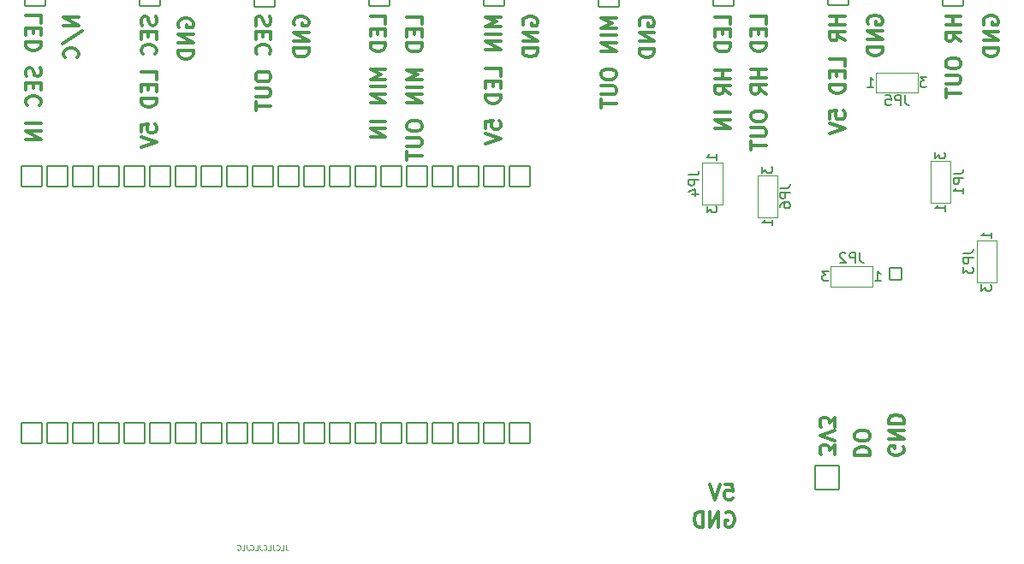
<source format=gbo>
G04 #@! TF.GenerationSoftware,KiCad,Pcbnew,7.0.6*
G04 #@! TF.CreationDate,2024-06-10T15:38:19+10:00*
G04 #@! TF.ProjectId,AnalogVoltMeterClock,416e616c-6f67-4566-9f6c-744d65746572,rev?*
G04 #@! TF.SameCoordinates,Original*
G04 #@! TF.FileFunction,Legend,Bot*
G04 #@! TF.FilePolarity,Positive*
%FSLAX46Y46*%
G04 Gerber Fmt 4.6, Leading zero omitted, Abs format (unit mm)*
G04 Created by KiCad (PCBNEW 7.0.6) date 2024-06-10 15:38:19*
%MOMM*%
%LPD*%
G01*
G04 APERTURE LIST*
G04 Aperture macros list*
%AMRoundRect*
0 Rectangle with rounded corners*
0 $1 Rounding radius*
0 $2 $3 $4 $5 $6 $7 $8 $9 X,Y pos of 4 corners*
0 Add a 4 corners polygon primitive as box body*
4,1,4,$2,$3,$4,$5,$6,$7,$8,$9,$2,$3,0*
0 Add four circle primitives for the rounded corners*
1,1,$1+$1,$2,$3*
1,1,$1+$1,$4,$5*
1,1,$1+$1,$6,$7*
1,1,$1+$1,$8,$9*
0 Add four rect primitives between the rounded corners*
20,1,$1+$1,$2,$3,$4,$5,0*
20,1,$1+$1,$4,$5,$6,$7,0*
20,1,$1+$1,$6,$7,$8,$9,0*
20,1,$1+$1,$8,$9,$2,$3,0*%
G04 Aperture macros list end*
%ADD10C,0.100000*%
%ADD11C,0.300000*%
%ADD12C,0.150000*%
%ADD13C,0.120000*%
%ADD14RoundRect,0.102000X-1.000000X1.000000X-1.000000X-1.000000X1.000000X-1.000000X1.000000X1.000000X0*%
%ADD15RoundRect,0.102000X0.570000X0.570000X-0.570000X0.570000X-0.570000X-0.570000X0.570000X-0.570000X0*%
%ADD16C,1.344000*%
%ADD17R,1.700000X1.700000*%
%ADD18O,1.700000X1.700000*%
%ADD19RoundRect,0.101600X-1.016000X-1.016000X1.016000X-1.016000X1.016000X1.016000X-1.016000X1.016000X0*%
%ADD20C,2.235200*%
%ADD21C,3.000000*%
%ADD22O,0.300000X0.800000*%
%ADD23RoundRect,0.101600X-1.206500X-1.206500X1.206500X-1.206500X1.206500X1.206500X-1.206500X1.206500X0*%
%ADD24C,2.616200*%
%ADD25C,2.082800*%
%ADD26R,1.000000X1.500000*%
%ADD27R,1.500000X1.000000*%
G04 APERTURE END LIST*
D10*
X104442306Y-128663609D02*
X104442306Y-129020752D01*
X104442306Y-129020752D02*
X104466115Y-129092180D01*
X104466115Y-129092180D02*
X104513734Y-129139800D01*
X104513734Y-129139800D02*
X104585163Y-129163609D01*
X104585163Y-129163609D02*
X104632782Y-129163609D01*
X103966116Y-129163609D02*
X104204211Y-129163609D01*
X104204211Y-129163609D02*
X104204211Y-128663609D01*
X103513735Y-129115990D02*
X103537544Y-129139800D01*
X103537544Y-129139800D02*
X103608973Y-129163609D01*
X103608973Y-129163609D02*
X103656592Y-129163609D01*
X103656592Y-129163609D02*
X103728020Y-129139800D01*
X103728020Y-129139800D02*
X103775639Y-129092180D01*
X103775639Y-129092180D02*
X103799449Y-129044561D01*
X103799449Y-129044561D02*
X103823258Y-128949323D01*
X103823258Y-128949323D02*
X103823258Y-128877895D01*
X103823258Y-128877895D02*
X103799449Y-128782657D01*
X103799449Y-128782657D02*
X103775639Y-128735038D01*
X103775639Y-128735038D02*
X103728020Y-128687419D01*
X103728020Y-128687419D02*
X103656592Y-128663609D01*
X103656592Y-128663609D02*
X103608973Y-128663609D01*
X103608973Y-128663609D02*
X103537544Y-128687419D01*
X103537544Y-128687419D02*
X103513735Y-128711228D01*
X103156592Y-128663609D02*
X103156592Y-129020752D01*
X103156592Y-129020752D02*
X103180401Y-129092180D01*
X103180401Y-129092180D02*
X103228020Y-129139800D01*
X103228020Y-129139800D02*
X103299449Y-129163609D01*
X103299449Y-129163609D02*
X103347068Y-129163609D01*
X102680402Y-129163609D02*
X102918497Y-129163609D01*
X102918497Y-129163609D02*
X102918497Y-128663609D01*
X102228021Y-129115990D02*
X102251830Y-129139800D01*
X102251830Y-129139800D02*
X102323259Y-129163609D01*
X102323259Y-129163609D02*
X102370878Y-129163609D01*
X102370878Y-129163609D02*
X102442306Y-129139800D01*
X102442306Y-129139800D02*
X102489925Y-129092180D01*
X102489925Y-129092180D02*
X102513735Y-129044561D01*
X102513735Y-129044561D02*
X102537544Y-128949323D01*
X102537544Y-128949323D02*
X102537544Y-128877895D01*
X102537544Y-128877895D02*
X102513735Y-128782657D01*
X102513735Y-128782657D02*
X102489925Y-128735038D01*
X102489925Y-128735038D02*
X102442306Y-128687419D01*
X102442306Y-128687419D02*
X102370878Y-128663609D01*
X102370878Y-128663609D02*
X102323259Y-128663609D01*
X102323259Y-128663609D02*
X102251830Y-128687419D01*
X102251830Y-128687419D02*
X102228021Y-128711228D01*
X101870878Y-128663609D02*
X101870878Y-129020752D01*
X101870878Y-129020752D02*
X101894687Y-129092180D01*
X101894687Y-129092180D02*
X101942306Y-129139800D01*
X101942306Y-129139800D02*
X102013735Y-129163609D01*
X102013735Y-129163609D02*
X102061354Y-129163609D01*
X101394688Y-129163609D02*
X101632783Y-129163609D01*
X101632783Y-129163609D02*
X101632783Y-128663609D01*
X100942307Y-129115990D02*
X100966116Y-129139800D01*
X100966116Y-129139800D02*
X101037545Y-129163609D01*
X101037545Y-129163609D02*
X101085164Y-129163609D01*
X101085164Y-129163609D02*
X101156592Y-129139800D01*
X101156592Y-129139800D02*
X101204211Y-129092180D01*
X101204211Y-129092180D02*
X101228021Y-129044561D01*
X101228021Y-129044561D02*
X101251830Y-128949323D01*
X101251830Y-128949323D02*
X101251830Y-128877895D01*
X101251830Y-128877895D02*
X101228021Y-128782657D01*
X101228021Y-128782657D02*
X101204211Y-128735038D01*
X101204211Y-128735038D02*
X101156592Y-128687419D01*
X101156592Y-128687419D02*
X101085164Y-128663609D01*
X101085164Y-128663609D02*
X101037545Y-128663609D01*
X101037545Y-128663609D02*
X100966116Y-128687419D01*
X100966116Y-128687419D02*
X100942307Y-128711228D01*
X100585164Y-128663609D02*
X100585164Y-129020752D01*
X100585164Y-129020752D02*
X100608973Y-129092180D01*
X100608973Y-129092180D02*
X100656592Y-129139800D01*
X100656592Y-129139800D02*
X100728021Y-129163609D01*
X100728021Y-129163609D02*
X100775640Y-129163609D01*
X100108974Y-129163609D02*
X100347069Y-129163609D01*
X100347069Y-129163609D02*
X100347069Y-128663609D01*
X99656593Y-129115990D02*
X99680402Y-129139800D01*
X99680402Y-129139800D02*
X99751831Y-129163609D01*
X99751831Y-129163609D02*
X99799450Y-129163609D01*
X99799450Y-129163609D02*
X99870878Y-129139800D01*
X99870878Y-129139800D02*
X99918497Y-129092180D01*
X99918497Y-129092180D02*
X99942307Y-129044561D01*
X99942307Y-129044561D02*
X99966116Y-128949323D01*
X99966116Y-128949323D02*
X99966116Y-128877895D01*
X99966116Y-128877895D02*
X99942307Y-128782657D01*
X99942307Y-128782657D02*
X99918497Y-128735038D01*
X99918497Y-128735038D02*
X99870878Y-128687419D01*
X99870878Y-128687419D02*
X99799450Y-128663609D01*
X99799450Y-128663609D02*
X99751831Y-128663609D01*
X99751831Y-128663609D02*
X99680402Y-128687419D01*
X99680402Y-128687419D02*
X99656593Y-128711228D01*
D11*
X159720828Y-76334510D02*
X158220828Y-76334510D01*
X158935114Y-76334510D02*
X158935114Y-77191653D01*
X159720828Y-77191653D02*
X158220828Y-77191653D01*
X159720828Y-78763082D02*
X159006542Y-78263082D01*
X159720828Y-77905939D02*
X158220828Y-77905939D01*
X158220828Y-77905939D02*
X158220828Y-78477368D01*
X158220828Y-78477368D02*
X158292257Y-78620225D01*
X158292257Y-78620225D02*
X158363685Y-78691654D01*
X158363685Y-78691654D02*
X158506542Y-78763082D01*
X158506542Y-78763082D02*
X158720828Y-78763082D01*
X158720828Y-78763082D02*
X158863685Y-78691654D01*
X158863685Y-78691654D02*
X158935114Y-78620225D01*
X158935114Y-78620225D02*
X159006542Y-78477368D01*
X159006542Y-78477368D02*
X159006542Y-77905939D01*
X159720828Y-81263082D02*
X159720828Y-80548796D01*
X159720828Y-80548796D02*
X158220828Y-80548796D01*
X158935114Y-81763082D02*
X158935114Y-82263082D01*
X159720828Y-82477368D02*
X159720828Y-81763082D01*
X159720828Y-81763082D02*
X158220828Y-81763082D01*
X158220828Y-81763082D02*
X158220828Y-82477368D01*
X159720828Y-83120225D02*
X158220828Y-83120225D01*
X158220828Y-83120225D02*
X158220828Y-83477368D01*
X158220828Y-83477368D02*
X158292257Y-83691654D01*
X158292257Y-83691654D02*
X158435114Y-83834511D01*
X158435114Y-83834511D02*
X158577971Y-83905940D01*
X158577971Y-83905940D02*
X158863685Y-83977368D01*
X158863685Y-83977368D02*
X159077971Y-83977368D01*
X159077971Y-83977368D02*
X159363685Y-83905940D01*
X159363685Y-83905940D02*
X159506542Y-83834511D01*
X159506542Y-83834511D02*
X159649400Y-83691654D01*
X159649400Y-83691654D02*
X159720828Y-83477368D01*
X159720828Y-83477368D02*
X159720828Y-83120225D01*
X158220828Y-86477368D02*
X158220828Y-85763082D01*
X158220828Y-85763082D02*
X158935114Y-85691654D01*
X158935114Y-85691654D02*
X158863685Y-85763082D01*
X158863685Y-85763082D02*
X158792257Y-85905940D01*
X158792257Y-85905940D02*
X158792257Y-86263082D01*
X158792257Y-86263082D02*
X158863685Y-86405940D01*
X158863685Y-86405940D02*
X158935114Y-86477368D01*
X158935114Y-86477368D02*
X159077971Y-86548797D01*
X159077971Y-86548797D02*
X159435114Y-86548797D01*
X159435114Y-86548797D02*
X159577971Y-86477368D01*
X159577971Y-86477368D02*
X159649400Y-86405940D01*
X159649400Y-86405940D02*
X159720828Y-86263082D01*
X159720828Y-86263082D02*
X159720828Y-85905940D01*
X159720828Y-85905940D02*
X159649400Y-85763082D01*
X159649400Y-85763082D02*
X159577971Y-85691654D01*
X158220828Y-86977368D02*
X159720828Y-87477368D01*
X159720828Y-87477368D02*
X158220828Y-87977368D01*
X139462257Y-77260225D02*
X139390828Y-77117368D01*
X139390828Y-77117368D02*
X139390828Y-76903082D01*
X139390828Y-76903082D02*
X139462257Y-76688796D01*
X139462257Y-76688796D02*
X139605114Y-76545939D01*
X139605114Y-76545939D02*
X139747971Y-76474510D01*
X139747971Y-76474510D02*
X140033685Y-76403082D01*
X140033685Y-76403082D02*
X140247971Y-76403082D01*
X140247971Y-76403082D02*
X140533685Y-76474510D01*
X140533685Y-76474510D02*
X140676542Y-76545939D01*
X140676542Y-76545939D02*
X140819400Y-76688796D01*
X140819400Y-76688796D02*
X140890828Y-76903082D01*
X140890828Y-76903082D02*
X140890828Y-77045939D01*
X140890828Y-77045939D02*
X140819400Y-77260225D01*
X140819400Y-77260225D02*
X140747971Y-77331653D01*
X140747971Y-77331653D02*
X140247971Y-77331653D01*
X140247971Y-77331653D02*
X140247971Y-77045939D01*
X140890828Y-77974510D02*
X139390828Y-77974510D01*
X139390828Y-77974510D02*
X140890828Y-78831653D01*
X140890828Y-78831653D02*
X139390828Y-78831653D01*
X140890828Y-79545939D02*
X139390828Y-79545939D01*
X139390828Y-79545939D02*
X139390828Y-79903082D01*
X139390828Y-79903082D02*
X139462257Y-80117368D01*
X139462257Y-80117368D02*
X139605114Y-80260225D01*
X139605114Y-80260225D02*
X139747971Y-80331654D01*
X139747971Y-80331654D02*
X140033685Y-80403082D01*
X140033685Y-80403082D02*
X140247971Y-80403082D01*
X140247971Y-80403082D02*
X140533685Y-80331654D01*
X140533685Y-80331654D02*
X140676542Y-80260225D01*
X140676542Y-80260225D02*
X140819400Y-80117368D01*
X140819400Y-80117368D02*
X140890828Y-79903082D01*
X140890828Y-79903082D02*
X140890828Y-79545939D01*
X114300828Y-77098796D02*
X114300828Y-76384510D01*
X114300828Y-76384510D02*
X112800828Y-76384510D01*
X113515114Y-77598796D02*
X113515114Y-78098796D01*
X114300828Y-78313082D02*
X114300828Y-77598796D01*
X114300828Y-77598796D02*
X112800828Y-77598796D01*
X112800828Y-77598796D02*
X112800828Y-78313082D01*
X114300828Y-78955939D02*
X112800828Y-78955939D01*
X112800828Y-78955939D02*
X112800828Y-79313082D01*
X112800828Y-79313082D02*
X112872257Y-79527368D01*
X112872257Y-79527368D02*
X113015114Y-79670225D01*
X113015114Y-79670225D02*
X113157971Y-79741654D01*
X113157971Y-79741654D02*
X113443685Y-79813082D01*
X113443685Y-79813082D02*
X113657971Y-79813082D01*
X113657971Y-79813082D02*
X113943685Y-79741654D01*
X113943685Y-79741654D02*
X114086542Y-79670225D01*
X114086542Y-79670225D02*
X114229400Y-79527368D01*
X114229400Y-79527368D02*
X114300828Y-79313082D01*
X114300828Y-79313082D02*
X114300828Y-78955939D01*
X114300828Y-81598796D02*
X112800828Y-81598796D01*
X112800828Y-81598796D02*
X113872257Y-82098796D01*
X113872257Y-82098796D02*
X112800828Y-82598796D01*
X112800828Y-82598796D02*
X114300828Y-82598796D01*
X114300828Y-83313082D02*
X112800828Y-83313082D01*
X114300828Y-84027368D02*
X112800828Y-84027368D01*
X112800828Y-84027368D02*
X114300828Y-84884511D01*
X114300828Y-84884511D02*
X112800828Y-84884511D01*
X114300828Y-86741654D02*
X112800828Y-86741654D01*
X114300828Y-87455940D02*
X112800828Y-87455940D01*
X112800828Y-87455940D02*
X114300828Y-88313083D01*
X114300828Y-88313083D02*
X112800828Y-88313083D01*
X147891203Y-122650828D02*
X148605489Y-122650828D01*
X148605489Y-122650828D02*
X148676917Y-123365114D01*
X148676917Y-123365114D02*
X148605489Y-123293685D01*
X148605489Y-123293685D02*
X148462632Y-123222257D01*
X148462632Y-123222257D02*
X148105489Y-123222257D01*
X148105489Y-123222257D02*
X147962632Y-123293685D01*
X147962632Y-123293685D02*
X147891203Y-123365114D01*
X147891203Y-123365114D02*
X147819774Y-123507971D01*
X147819774Y-123507971D02*
X147819774Y-123865114D01*
X147819774Y-123865114D02*
X147891203Y-124007971D01*
X147891203Y-124007971D02*
X147962632Y-124079400D01*
X147962632Y-124079400D02*
X148105489Y-124150828D01*
X148105489Y-124150828D02*
X148462632Y-124150828D01*
X148462632Y-124150828D02*
X148605489Y-124079400D01*
X148605489Y-124079400D02*
X148676917Y-124007971D01*
X147391203Y-122650828D02*
X146891203Y-124150828D01*
X146891203Y-124150828D02*
X146391203Y-122650828D01*
X105282257Y-77230225D02*
X105210828Y-77087368D01*
X105210828Y-77087368D02*
X105210828Y-76873082D01*
X105210828Y-76873082D02*
X105282257Y-76658796D01*
X105282257Y-76658796D02*
X105425114Y-76515939D01*
X105425114Y-76515939D02*
X105567971Y-76444510D01*
X105567971Y-76444510D02*
X105853685Y-76373082D01*
X105853685Y-76373082D02*
X106067971Y-76373082D01*
X106067971Y-76373082D02*
X106353685Y-76444510D01*
X106353685Y-76444510D02*
X106496542Y-76515939D01*
X106496542Y-76515939D02*
X106639400Y-76658796D01*
X106639400Y-76658796D02*
X106710828Y-76873082D01*
X106710828Y-76873082D02*
X106710828Y-77015939D01*
X106710828Y-77015939D02*
X106639400Y-77230225D01*
X106639400Y-77230225D02*
X106567971Y-77301653D01*
X106567971Y-77301653D02*
X106067971Y-77301653D01*
X106067971Y-77301653D02*
X106067971Y-77015939D01*
X106710828Y-77944510D02*
X105210828Y-77944510D01*
X105210828Y-77944510D02*
X106710828Y-78801653D01*
X106710828Y-78801653D02*
X105210828Y-78801653D01*
X106710828Y-79515939D02*
X105210828Y-79515939D01*
X105210828Y-79515939D02*
X105210828Y-79873082D01*
X105210828Y-79873082D02*
X105282257Y-80087368D01*
X105282257Y-80087368D02*
X105425114Y-80230225D01*
X105425114Y-80230225D02*
X105567971Y-80301654D01*
X105567971Y-80301654D02*
X105853685Y-80373082D01*
X105853685Y-80373082D02*
X106067971Y-80373082D01*
X106067971Y-80373082D02*
X106353685Y-80301654D01*
X106353685Y-80301654D02*
X106496542Y-80230225D01*
X106496542Y-80230225D02*
X106639400Y-80087368D01*
X106639400Y-80087368D02*
X106710828Y-79873082D01*
X106710828Y-79873082D02*
X106710828Y-79515939D01*
X102889400Y-76393082D02*
X102960828Y-76607368D01*
X102960828Y-76607368D02*
X102960828Y-76964510D01*
X102960828Y-76964510D02*
X102889400Y-77107368D01*
X102889400Y-77107368D02*
X102817971Y-77178796D01*
X102817971Y-77178796D02*
X102675114Y-77250225D01*
X102675114Y-77250225D02*
X102532257Y-77250225D01*
X102532257Y-77250225D02*
X102389400Y-77178796D01*
X102389400Y-77178796D02*
X102317971Y-77107368D01*
X102317971Y-77107368D02*
X102246542Y-76964510D01*
X102246542Y-76964510D02*
X102175114Y-76678796D01*
X102175114Y-76678796D02*
X102103685Y-76535939D01*
X102103685Y-76535939D02*
X102032257Y-76464510D01*
X102032257Y-76464510D02*
X101889400Y-76393082D01*
X101889400Y-76393082D02*
X101746542Y-76393082D01*
X101746542Y-76393082D02*
X101603685Y-76464510D01*
X101603685Y-76464510D02*
X101532257Y-76535939D01*
X101532257Y-76535939D02*
X101460828Y-76678796D01*
X101460828Y-76678796D02*
X101460828Y-77035939D01*
X101460828Y-77035939D02*
X101532257Y-77250225D01*
X102175114Y-77893081D02*
X102175114Y-78393081D01*
X102960828Y-78607367D02*
X102960828Y-77893081D01*
X102960828Y-77893081D02*
X101460828Y-77893081D01*
X101460828Y-77893081D02*
X101460828Y-78607367D01*
X102817971Y-80107367D02*
X102889400Y-80035939D01*
X102889400Y-80035939D02*
X102960828Y-79821653D01*
X102960828Y-79821653D02*
X102960828Y-79678796D01*
X102960828Y-79678796D02*
X102889400Y-79464510D01*
X102889400Y-79464510D02*
X102746542Y-79321653D01*
X102746542Y-79321653D02*
X102603685Y-79250224D01*
X102603685Y-79250224D02*
X102317971Y-79178796D01*
X102317971Y-79178796D02*
X102103685Y-79178796D01*
X102103685Y-79178796D02*
X101817971Y-79250224D01*
X101817971Y-79250224D02*
X101675114Y-79321653D01*
X101675114Y-79321653D02*
X101532257Y-79464510D01*
X101532257Y-79464510D02*
X101460828Y-79678796D01*
X101460828Y-79678796D02*
X101460828Y-79821653D01*
X101460828Y-79821653D02*
X101532257Y-80035939D01*
X101532257Y-80035939D02*
X101603685Y-80107367D01*
X101460828Y-82178796D02*
X101460828Y-82464510D01*
X101460828Y-82464510D02*
X101532257Y-82607367D01*
X101532257Y-82607367D02*
X101675114Y-82750224D01*
X101675114Y-82750224D02*
X101960828Y-82821653D01*
X101960828Y-82821653D02*
X102460828Y-82821653D01*
X102460828Y-82821653D02*
X102746542Y-82750224D01*
X102746542Y-82750224D02*
X102889400Y-82607367D01*
X102889400Y-82607367D02*
X102960828Y-82464510D01*
X102960828Y-82464510D02*
X102960828Y-82178796D01*
X102960828Y-82178796D02*
X102889400Y-82035939D01*
X102889400Y-82035939D02*
X102746542Y-81893081D01*
X102746542Y-81893081D02*
X102460828Y-81821653D01*
X102460828Y-81821653D02*
X101960828Y-81821653D01*
X101960828Y-81821653D02*
X101675114Y-81893081D01*
X101675114Y-81893081D02*
X101532257Y-82035939D01*
X101532257Y-82035939D02*
X101460828Y-82178796D01*
X101460828Y-83464510D02*
X102675114Y-83464510D01*
X102675114Y-83464510D02*
X102817971Y-83535939D01*
X102817971Y-83535939D02*
X102889400Y-83607368D01*
X102889400Y-83607368D02*
X102960828Y-83750225D01*
X102960828Y-83750225D02*
X102960828Y-84035939D01*
X102960828Y-84035939D02*
X102889400Y-84178796D01*
X102889400Y-84178796D02*
X102817971Y-84250225D01*
X102817971Y-84250225D02*
X102675114Y-84321653D01*
X102675114Y-84321653D02*
X101460828Y-84321653D01*
X101460828Y-84821654D02*
X101460828Y-85678797D01*
X102960828Y-85250225D02*
X101460828Y-85250225D01*
X91569400Y-76393082D02*
X91640828Y-76607368D01*
X91640828Y-76607368D02*
X91640828Y-76964510D01*
X91640828Y-76964510D02*
X91569400Y-77107368D01*
X91569400Y-77107368D02*
X91497971Y-77178796D01*
X91497971Y-77178796D02*
X91355114Y-77250225D01*
X91355114Y-77250225D02*
X91212257Y-77250225D01*
X91212257Y-77250225D02*
X91069400Y-77178796D01*
X91069400Y-77178796D02*
X90997971Y-77107368D01*
X90997971Y-77107368D02*
X90926542Y-76964510D01*
X90926542Y-76964510D02*
X90855114Y-76678796D01*
X90855114Y-76678796D02*
X90783685Y-76535939D01*
X90783685Y-76535939D02*
X90712257Y-76464510D01*
X90712257Y-76464510D02*
X90569400Y-76393082D01*
X90569400Y-76393082D02*
X90426542Y-76393082D01*
X90426542Y-76393082D02*
X90283685Y-76464510D01*
X90283685Y-76464510D02*
X90212257Y-76535939D01*
X90212257Y-76535939D02*
X90140828Y-76678796D01*
X90140828Y-76678796D02*
X90140828Y-77035939D01*
X90140828Y-77035939D02*
X90212257Y-77250225D01*
X90855114Y-77893081D02*
X90855114Y-78393081D01*
X91640828Y-78607367D02*
X91640828Y-77893081D01*
X91640828Y-77893081D02*
X90140828Y-77893081D01*
X90140828Y-77893081D02*
X90140828Y-78607367D01*
X91497971Y-80107367D02*
X91569400Y-80035939D01*
X91569400Y-80035939D02*
X91640828Y-79821653D01*
X91640828Y-79821653D02*
X91640828Y-79678796D01*
X91640828Y-79678796D02*
X91569400Y-79464510D01*
X91569400Y-79464510D02*
X91426542Y-79321653D01*
X91426542Y-79321653D02*
X91283685Y-79250224D01*
X91283685Y-79250224D02*
X90997971Y-79178796D01*
X90997971Y-79178796D02*
X90783685Y-79178796D01*
X90783685Y-79178796D02*
X90497971Y-79250224D01*
X90497971Y-79250224D02*
X90355114Y-79321653D01*
X90355114Y-79321653D02*
X90212257Y-79464510D01*
X90212257Y-79464510D02*
X90140828Y-79678796D01*
X90140828Y-79678796D02*
X90140828Y-79821653D01*
X90140828Y-79821653D02*
X90212257Y-80035939D01*
X90212257Y-80035939D02*
X90283685Y-80107367D01*
X91640828Y-82607367D02*
X91640828Y-81893081D01*
X91640828Y-81893081D02*
X90140828Y-81893081D01*
X90855114Y-83107367D02*
X90855114Y-83607367D01*
X91640828Y-83821653D02*
X91640828Y-83107367D01*
X91640828Y-83107367D02*
X90140828Y-83107367D01*
X90140828Y-83107367D02*
X90140828Y-83821653D01*
X91640828Y-84464510D02*
X90140828Y-84464510D01*
X90140828Y-84464510D02*
X90140828Y-84821653D01*
X90140828Y-84821653D02*
X90212257Y-85035939D01*
X90212257Y-85035939D02*
X90355114Y-85178796D01*
X90355114Y-85178796D02*
X90497971Y-85250225D01*
X90497971Y-85250225D02*
X90783685Y-85321653D01*
X90783685Y-85321653D02*
X90997971Y-85321653D01*
X90997971Y-85321653D02*
X91283685Y-85250225D01*
X91283685Y-85250225D02*
X91426542Y-85178796D01*
X91426542Y-85178796D02*
X91569400Y-85035939D01*
X91569400Y-85035939D02*
X91640828Y-84821653D01*
X91640828Y-84821653D02*
X91640828Y-84464510D01*
X90140828Y-87821653D02*
X90140828Y-87107367D01*
X90140828Y-87107367D02*
X90855114Y-87035939D01*
X90855114Y-87035939D02*
X90783685Y-87107367D01*
X90783685Y-87107367D02*
X90712257Y-87250225D01*
X90712257Y-87250225D02*
X90712257Y-87607367D01*
X90712257Y-87607367D02*
X90783685Y-87750225D01*
X90783685Y-87750225D02*
X90855114Y-87821653D01*
X90855114Y-87821653D02*
X90997971Y-87893082D01*
X90997971Y-87893082D02*
X91355114Y-87893082D01*
X91355114Y-87893082D02*
X91497971Y-87821653D01*
X91497971Y-87821653D02*
X91569400Y-87750225D01*
X91569400Y-87750225D02*
X91640828Y-87607367D01*
X91640828Y-87607367D02*
X91640828Y-87250225D01*
X91640828Y-87250225D02*
X91569400Y-87107367D01*
X91569400Y-87107367D02*
X91497971Y-87035939D01*
X90140828Y-88321653D02*
X91640828Y-88821653D01*
X91640828Y-88821653D02*
X90140828Y-89321653D01*
X151950828Y-77098796D02*
X151950828Y-76384510D01*
X151950828Y-76384510D02*
X150450828Y-76384510D01*
X151165114Y-77598796D02*
X151165114Y-78098796D01*
X151950828Y-78313082D02*
X151950828Y-77598796D01*
X151950828Y-77598796D02*
X150450828Y-77598796D01*
X150450828Y-77598796D02*
X150450828Y-78313082D01*
X151950828Y-78955939D02*
X150450828Y-78955939D01*
X150450828Y-78955939D02*
X150450828Y-79313082D01*
X150450828Y-79313082D02*
X150522257Y-79527368D01*
X150522257Y-79527368D02*
X150665114Y-79670225D01*
X150665114Y-79670225D02*
X150807971Y-79741654D01*
X150807971Y-79741654D02*
X151093685Y-79813082D01*
X151093685Y-79813082D02*
X151307971Y-79813082D01*
X151307971Y-79813082D02*
X151593685Y-79741654D01*
X151593685Y-79741654D02*
X151736542Y-79670225D01*
X151736542Y-79670225D02*
X151879400Y-79527368D01*
X151879400Y-79527368D02*
X151950828Y-79313082D01*
X151950828Y-79313082D02*
X151950828Y-78955939D01*
X151950828Y-81598796D02*
X150450828Y-81598796D01*
X151165114Y-81598796D02*
X151165114Y-82455939D01*
X151950828Y-82455939D02*
X150450828Y-82455939D01*
X151950828Y-84027368D02*
X151236542Y-83527368D01*
X151950828Y-83170225D02*
X150450828Y-83170225D01*
X150450828Y-83170225D02*
X150450828Y-83741654D01*
X150450828Y-83741654D02*
X150522257Y-83884511D01*
X150522257Y-83884511D02*
X150593685Y-83955940D01*
X150593685Y-83955940D02*
X150736542Y-84027368D01*
X150736542Y-84027368D02*
X150950828Y-84027368D01*
X150950828Y-84027368D02*
X151093685Y-83955940D01*
X151093685Y-83955940D02*
X151165114Y-83884511D01*
X151165114Y-83884511D02*
X151236542Y-83741654D01*
X151236542Y-83741654D02*
X151236542Y-83170225D01*
X150450828Y-86098797D02*
X150450828Y-86384511D01*
X150450828Y-86384511D02*
X150522257Y-86527368D01*
X150522257Y-86527368D02*
X150665114Y-86670225D01*
X150665114Y-86670225D02*
X150950828Y-86741654D01*
X150950828Y-86741654D02*
X151450828Y-86741654D01*
X151450828Y-86741654D02*
X151736542Y-86670225D01*
X151736542Y-86670225D02*
X151879400Y-86527368D01*
X151879400Y-86527368D02*
X151950828Y-86384511D01*
X151950828Y-86384511D02*
X151950828Y-86098797D01*
X151950828Y-86098797D02*
X151879400Y-85955940D01*
X151879400Y-85955940D02*
X151736542Y-85813082D01*
X151736542Y-85813082D02*
X151450828Y-85741654D01*
X151450828Y-85741654D02*
X150950828Y-85741654D01*
X150950828Y-85741654D02*
X150665114Y-85813082D01*
X150665114Y-85813082D02*
X150522257Y-85955940D01*
X150522257Y-85955940D02*
X150450828Y-86098797D01*
X150450828Y-87384511D02*
X151665114Y-87384511D01*
X151665114Y-87384511D02*
X151807971Y-87455940D01*
X151807971Y-87455940D02*
X151879400Y-87527369D01*
X151879400Y-87527369D02*
X151950828Y-87670226D01*
X151950828Y-87670226D02*
X151950828Y-87955940D01*
X151950828Y-87955940D02*
X151879400Y-88098797D01*
X151879400Y-88098797D02*
X151807971Y-88170226D01*
X151807971Y-88170226D02*
X151665114Y-88241654D01*
X151665114Y-88241654D02*
X150450828Y-88241654D01*
X150450828Y-88741655D02*
X150450828Y-89598798D01*
X151950828Y-89170226D02*
X150450828Y-89170226D01*
X165477742Y-118929774D02*
X165549171Y-119072632D01*
X165549171Y-119072632D02*
X165549171Y-119286917D01*
X165549171Y-119286917D02*
X165477742Y-119501203D01*
X165477742Y-119501203D02*
X165334885Y-119644060D01*
X165334885Y-119644060D02*
X165192028Y-119715489D01*
X165192028Y-119715489D02*
X164906314Y-119786917D01*
X164906314Y-119786917D02*
X164692028Y-119786917D01*
X164692028Y-119786917D02*
X164406314Y-119715489D01*
X164406314Y-119715489D02*
X164263457Y-119644060D01*
X164263457Y-119644060D02*
X164120600Y-119501203D01*
X164120600Y-119501203D02*
X164049171Y-119286917D01*
X164049171Y-119286917D02*
X164049171Y-119144060D01*
X164049171Y-119144060D02*
X164120600Y-118929774D01*
X164120600Y-118929774D02*
X164192028Y-118858346D01*
X164192028Y-118858346D02*
X164692028Y-118858346D01*
X164692028Y-118858346D02*
X164692028Y-119144060D01*
X164049171Y-118215489D02*
X165549171Y-118215489D01*
X165549171Y-118215489D02*
X164049171Y-117358346D01*
X164049171Y-117358346D02*
X165549171Y-117358346D01*
X164049171Y-116644060D02*
X165549171Y-116644060D01*
X165549171Y-116644060D02*
X165549171Y-116286917D01*
X165549171Y-116286917D02*
X165477742Y-116072631D01*
X165477742Y-116072631D02*
X165334885Y-115929774D01*
X165334885Y-115929774D02*
X165192028Y-115858345D01*
X165192028Y-115858345D02*
X164906314Y-115786917D01*
X164906314Y-115786917D02*
X164692028Y-115786917D01*
X164692028Y-115786917D02*
X164406314Y-115858345D01*
X164406314Y-115858345D02*
X164263457Y-115929774D01*
X164263457Y-115929774D02*
X164120600Y-116072631D01*
X164120600Y-116072631D02*
X164049171Y-116286917D01*
X164049171Y-116286917D02*
X164049171Y-116644060D01*
X117930828Y-77148796D02*
X117930828Y-76434510D01*
X117930828Y-76434510D02*
X116430828Y-76434510D01*
X117145114Y-77648796D02*
X117145114Y-78148796D01*
X117930828Y-78363082D02*
X117930828Y-77648796D01*
X117930828Y-77648796D02*
X116430828Y-77648796D01*
X116430828Y-77648796D02*
X116430828Y-78363082D01*
X117930828Y-79005939D02*
X116430828Y-79005939D01*
X116430828Y-79005939D02*
X116430828Y-79363082D01*
X116430828Y-79363082D02*
X116502257Y-79577368D01*
X116502257Y-79577368D02*
X116645114Y-79720225D01*
X116645114Y-79720225D02*
X116787971Y-79791654D01*
X116787971Y-79791654D02*
X117073685Y-79863082D01*
X117073685Y-79863082D02*
X117287971Y-79863082D01*
X117287971Y-79863082D02*
X117573685Y-79791654D01*
X117573685Y-79791654D02*
X117716542Y-79720225D01*
X117716542Y-79720225D02*
X117859400Y-79577368D01*
X117859400Y-79577368D02*
X117930828Y-79363082D01*
X117930828Y-79363082D02*
X117930828Y-79005939D01*
X117930828Y-81648796D02*
X116430828Y-81648796D01*
X116430828Y-81648796D02*
X117502257Y-82148796D01*
X117502257Y-82148796D02*
X116430828Y-82648796D01*
X116430828Y-82648796D02*
X117930828Y-82648796D01*
X117930828Y-83363082D02*
X116430828Y-83363082D01*
X117930828Y-84077368D02*
X116430828Y-84077368D01*
X116430828Y-84077368D02*
X117930828Y-84934511D01*
X117930828Y-84934511D02*
X116430828Y-84934511D01*
X116430828Y-87077369D02*
X116430828Y-87363083D01*
X116430828Y-87363083D02*
X116502257Y-87505940D01*
X116502257Y-87505940D02*
X116645114Y-87648797D01*
X116645114Y-87648797D02*
X116930828Y-87720226D01*
X116930828Y-87720226D02*
X117430828Y-87720226D01*
X117430828Y-87720226D02*
X117716542Y-87648797D01*
X117716542Y-87648797D02*
X117859400Y-87505940D01*
X117859400Y-87505940D02*
X117930828Y-87363083D01*
X117930828Y-87363083D02*
X117930828Y-87077369D01*
X117930828Y-87077369D02*
X117859400Y-86934512D01*
X117859400Y-86934512D02*
X117716542Y-86791654D01*
X117716542Y-86791654D02*
X117430828Y-86720226D01*
X117430828Y-86720226D02*
X116930828Y-86720226D01*
X116930828Y-86720226D02*
X116645114Y-86791654D01*
X116645114Y-86791654D02*
X116502257Y-86934512D01*
X116502257Y-86934512D02*
X116430828Y-87077369D01*
X116430828Y-88363083D02*
X117645114Y-88363083D01*
X117645114Y-88363083D02*
X117787971Y-88434512D01*
X117787971Y-88434512D02*
X117859400Y-88505941D01*
X117859400Y-88505941D02*
X117930828Y-88648798D01*
X117930828Y-88648798D02*
X117930828Y-88934512D01*
X117930828Y-88934512D02*
X117859400Y-89077369D01*
X117859400Y-89077369D02*
X117787971Y-89148798D01*
X117787971Y-89148798D02*
X117645114Y-89220226D01*
X117645114Y-89220226D02*
X116430828Y-89220226D01*
X116430828Y-89720227D02*
X116430828Y-90577370D01*
X117930828Y-90148798D02*
X116430828Y-90148798D01*
X125700828Y-76404510D02*
X124200828Y-76404510D01*
X124200828Y-76404510D02*
X125272257Y-76904510D01*
X125272257Y-76904510D02*
X124200828Y-77404510D01*
X124200828Y-77404510D02*
X125700828Y-77404510D01*
X125700828Y-78118796D02*
X124200828Y-78118796D01*
X125700828Y-78833082D02*
X124200828Y-78833082D01*
X124200828Y-78833082D02*
X125700828Y-79690225D01*
X125700828Y-79690225D02*
X124200828Y-79690225D01*
X125700828Y-82261654D02*
X125700828Y-81547368D01*
X125700828Y-81547368D02*
X124200828Y-81547368D01*
X124915114Y-82761654D02*
X124915114Y-83261654D01*
X125700828Y-83475940D02*
X125700828Y-82761654D01*
X125700828Y-82761654D02*
X124200828Y-82761654D01*
X124200828Y-82761654D02*
X124200828Y-83475940D01*
X125700828Y-84118797D02*
X124200828Y-84118797D01*
X124200828Y-84118797D02*
X124200828Y-84475940D01*
X124200828Y-84475940D02*
X124272257Y-84690226D01*
X124272257Y-84690226D02*
X124415114Y-84833083D01*
X124415114Y-84833083D02*
X124557971Y-84904512D01*
X124557971Y-84904512D02*
X124843685Y-84975940D01*
X124843685Y-84975940D02*
X125057971Y-84975940D01*
X125057971Y-84975940D02*
X125343685Y-84904512D01*
X125343685Y-84904512D02*
X125486542Y-84833083D01*
X125486542Y-84833083D02*
X125629400Y-84690226D01*
X125629400Y-84690226D02*
X125700828Y-84475940D01*
X125700828Y-84475940D02*
X125700828Y-84118797D01*
X124200828Y-87475940D02*
X124200828Y-86761654D01*
X124200828Y-86761654D02*
X124915114Y-86690226D01*
X124915114Y-86690226D02*
X124843685Y-86761654D01*
X124843685Y-86761654D02*
X124772257Y-86904512D01*
X124772257Y-86904512D02*
X124772257Y-87261654D01*
X124772257Y-87261654D02*
X124843685Y-87404512D01*
X124843685Y-87404512D02*
X124915114Y-87475940D01*
X124915114Y-87475940D02*
X125057971Y-87547369D01*
X125057971Y-87547369D02*
X125415114Y-87547369D01*
X125415114Y-87547369D02*
X125557971Y-87475940D01*
X125557971Y-87475940D02*
X125629400Y-87404512D01*
X125629400Y-87404512D02*
X125700828Y-87261654D01*
X125700828Y-87261654D02*
X125700828Y-86904512D01*
X125700828Y-86904512D02*
X125629400Y-86761654D01*
X125629400Y-86761654D02*
X125557971Y-86690226D01*
X124200828Y-87975940D02*
X125700828Y-88475940D01*
X125700828Y-88475940D02*
X124200828Y-88975940D01*
X171200828Y-76384510D02*
X169700828Y-76384510D01*
X170415114Y-76384510D02*
X170415114Y-77241653D01*
X171200828Y-77241653D02*
X169700828Y-77241653D01*
X171200828Y-78813082D02*
X170486542Y-78313082D01*
X171200828Y-77955939D02*
X169700828Y-77955939D01*
X169700828Y-77955939D02*
X169700828Y-78527368D01*
X169700828Y-78527368D02*
X169772257Y-78670225D01*
X169772257Y-78670225D02*
X169843685Y-78741654D01*
X169843685Y-78741654D02*
X169986542Y-78813082D01*
X169986542Y-78813082D02*
X170200828Y-78813082D01*
X170200828Y-78813082D02*
X170343685Y-78741654D01*
X170343685Y-78741654D02*
X170415114Y-78670225D01*
X170415114Y-78670225D02*
X170486542Y-78527368D01*
X170486542Y-78527368D02*
X170486542Y-77955939D01*
X169700828Y-80884511D02*
X169700828Y-81170225D01*
X169700828Y-81170225D02*
X169772257Y-81313082D01*
X169772257Y-81313082D02*
X169915114Y-81455939D01*
X169915114Y-81455939D02*
X170200828Y-81527368D01*
X170200828Y-81527368D02*
X170700828Y-81527368D01*
X170700828Y-81527368D02*
X170986542Y-81455939D01*
X170986542Y-81455939D02*
X171129400Y-81313082D01*
X171129400Y-81313082D02*
X171200828Y-81170225D01*
X171200828Y-81170225D02*
X171200828Y-80884511D01*
X171200828Y-80884511D02*
X171129400Y-80741654D01*
X171129400Y-80741654D02*
X170986542Y-80598796D01*
X170986542Y-80598796D02*
X170700828Y-80527368D01*
X170700828Y-80527368D02*
X170200828Y-80527368D01*
X170200828Y-80527368D02*
X169915114Y-80598796D01*
X169915114Y-80598796D02*
X169772257Y-80741654D01*
X169772257Y-80741654D02*
X169700828Y-80884511D01*
X169700828Y-82170225D02*
X170915114Y-82170225D01*
X170915114Y-82170225D02*
X171057971Y-82241654D01*
X171057971Y-82241654D02*
X171129400Y-82313083D01*
X171129400Y-82313083D02*
X171200828Y-82455940D01*
X171200828Y-82455940D02*
X171200828Y-82741654D01*
X171200828Y-82741654D02*
X171129400Y-82884511D01*
X171129400Y-82884511D02*
X171057971Y-82955940D01*
X171057971Y-82955940D02*
X170915114Y-83027368D01*
X170915114Y-83027368D02*
X169700828Y-83027368D01*
X169700828Y-83527369D02*
X169700828Y-84384512D01*
X171200828Y-83955940D02*
X169700828Y-83955940D01*
X160709171Y-119785489D02*
X162209171Y-119785489D01*
X162209171Y-119785489D02*
X162209171Y-119428346D01*
X162209171Y-119428346D02*
X162137742Y-119214060D01*
X162137742Y-119214060D02*
X161994885Y-119071203D01*
X161994885Y-119071203D02*
X161852028Y-118999774D01*
X161852028Y-118999774D02*
X161566314Y-118928346D01*
X161566314Y-118928346D02*
X161352028Y-118928346D01*
X161352028Y-118928346D02*
X161066314Y-118999774D01*
X161066314Y-118999774D02*
X160923457Y-119071203D01*
X160923457Y-119071203D02*
X160780600Y-119214060D01*
X160780600Y-119214060D02*
X160709171Y-119428346D01*
X160709171Y-119428346D02*
X160709171Y-119785489D01*
X162209171Y-117999774D02*
X162209171Y-117714060D01*
X162209171Y-117714060D02*
X162137742Y-117571203D01*
X162137742Y-117571203D02*
X161994885Y-117428346D01*
X161994885Y-117428346D02*
X161709171Y-117356917D01*
X161709171Y-117356917D02*
X161209171Y-117356917D01*
X161209171Y-117356917D02*
X160923457Y-117428346D01*
X160923457Y-117428346D02*
X160780600Y-117571203D01*
X160780600Y-117571203D02*
X160709171Y-117714060D01*
X160709171Y-117714060D02*
X160709171Y-117999774D01*
X160709171Y-117999774D02*
X160780600Y-118142632D01*
X160780600Y-118142632D02*
X160923457Y-118285489D01*
X160923457Y-118285489D02*
X161209171Y-118356917D01*
X161209171Y-118356917D02*
X161709171Y-118356917D01*
X161709171Y-118356917D02*
X161994885Y-118285489D01*
X161994885Y-118285489D02*
X162137742Y-118142632D01*
X162137742Y-118142632D02*
X162209171Y-117999774D01*
X137120828Y-76524510D02*
X135620828Y-76524510D01*
X135620828Y-76524510D02*
X136692257Y-77024510D01*
X136692257Y-77024510D02*
X135620828Y-77524510D01*
X135620828Y-77524510D02*
X137120828Y-77524510D01*
X137120828Y-78238796D02*
X135620828Y-78238796D01*
X137120828Y-78953082D02*
X135620828Y-78953082D01*
X135620828Y-78953082D02*
X137120828Y-79810225D01*
X137120828Y-79810225D02*
X135620828Y-79810225D01*
X135620828Y-81953083D02*
X135620828Y-82238797D01*
X135620828Y-82238797D02*
X135692257Y-82381654D01*
X135692257Y-82381654D02*
X135835114Y-82524511D01*
X135835114Y-82524511D02*
X136120828Y-82595940D01*
X136120828Y-82595940D02*
X136620828Y-82595940D01*
X136620828Y-82595940D02*
X136906542Y-82524511D01*
X136906542Y-82524511D02*
X137049400Y-82381654D01*
X137049400Y-82381654D02*
X137120828Y-82238797D01*
X137120828Y-82238797D02*
X137120828Y-81953083D01*
X137120828Y-81953083D02*
X137049400Y-81810226D01*
X137049400Y-81810226D02*
X136906542Y-81667368D01*
X136906542Y-81667368D02*
X136620828Y-81595940D01*
X136620828Y-81595940D02*
X136120828Y-81595940D01*
X136120828Y-81595940D02*
X135835114Y-81667368D01*
X135835114Y-81667368D02*
X135692257Y-81810226D01*
X135692257Y-81810226D02*
X135620828Y-81953083D01*
X135620828Y-83238797D02*
X136835114Y-83238797D01*
X136835114Y-83238797D02*
X136977971Y-83310226D01*
X136977971Y-83310226D02*
X137049400Y-83381655D01*
X137049400Y-83381655D02*
X137120828Y-83524512D01*
X137120828Y-83524512D02*
X137120828Y-83810226D01*
X137120828Y-83810226D02*
X137049400Y-83953083D01*
X137049400Y-83953083D02*
X136977971Y-84024512D01*
X136977971Y-84024512D02*
X136835114Y-84095940D01*
X136835114Y-84095940D02*
X135620828Y-84095940D01*
X135620828Y-84595941D02*
X135620828Y-85453084D01*
X137120828Y-85024512D02*
X135620828Y-85024512D01*
X147959774Y-125442257D02*
X148102632Y-125370828D01*
X148102632Y-125370828D02*
X148316917Y-125370828D01*
X148316917Y-125370828D02*
X148531203Y-125442257D01*
X148531203Y-125442257D02*
X148674060Y-125585114D01*
X148674060Y-125585114D02*
X148745489Y-125727971D01*
X148745489Y-125727971D02*
X148816917Y-126013685D01*
X148816917Y-126013685D02*
X148816917Y-126227971D01*
X148816917Y-126227971D02*
X148745489Y-126513685D01*
X148745489Y-126513685D02*
X148674060Y-126656542D01*
X148674060Y-126656542D02*
X148531203Y-126799400D01*
X148531203Y-126799400D02*
X148316917Y-126870828D01*
X148316917Y-126870828D02*
X148174060Y-126870828D01*
X148174060Y-126870828D02*
X147959774Y-126799400D01*
X147959774Y-126799400D02*
X147888346Y-126727971D01*
X147888346Y-126727971D02*
X147888346Y-126227971D01*
X147888346Y-126227971D02*
X148174060Y-126227971D01*
X147245489Y-126870828D02*
X147245489Y-125370828D01*
X147245489Y-125370828D02*
X146388346Y-126870828D01*
X146388346Y-126870828D02*
X146388346Y-125370828D01*
X145674060Y-126870828D02*
X145674060Y-125370828D01*
X145674060Y-125370828D02*
X145316917Y-125370828D01*
X145316917Y-125370828D02*
X145102631Y-125442257D01*
X145102631Y-125442257D02*
X144959774Y-125585114D01*
X144959774Y-125585114D02*
X144888345Y-125727971D01*
X144888345Y-125727971D02*
X144816917Y-126013685D01*
X144816917Y-126013685D02*
X144816917Y-126227971D01*
X144816917Y-126227971D02*
X144888345Y-126513685D01*
X144888345Y-126513685D02*
X144959774Y-126656542D01*
X144959774Y-126656542D02*
X145102631Y-126799400D01*
X145102631Y-126799400D02*
X145316917Y-126870828D01*
X145316917Y-126870828D02*
X145674060Y-126870828D01*
X173492257Y-77170225D02*
X173420828Y-77027368D01*
X173420828Y-77027368D02*
X173420828Y-76813082D01*
X173420828Y-76813082D02*
X173492257Y-76598796D01*
X173492257Y-76598796D02*
X173635114Y-76455939D01*
X173635114Y-76455939D02*
X173777971Y-76384510D01*
X173777971Y-76384510D02*
X174063685Y-76313082D01*
X174063685Y-76313082D02*
X174277971Y-76313082D01*
X174277971Y-76313082D02*
X174563685Y-76384510D01*
X174563685Y-76384510D02*
X174706542Y-76455939D01*
X174706542Y-76455939D02*
X174849400Y-76598796D01*
X174849400Y-76598796D02*
X174920828Y-76813082D01*
X174920828Y-76813082D02*
X174920828Y-76955939D01*
X174920828Y-76955939D02*
X174849400Y-77170225D01*
X174849400Y-77170225D02*
X174777971Y-77241653D01*
X174777971Y-77241653D02*
X174277971Y-77241653D01*
X174277971Y-77241653D02*
X174277971Y-76955939D01*
X174920828Y-77884510D02*
X173420828Y-77884510D01*
X173420828Y-77884510D02*
X174920828Y-78741653D01*
X174920828Y-78741653D02*
X173420828Y-78741653D01*
X174920828Y-79455939D02*
X173420828Y-79455939D01*
X173420828Y-79455939D02*
X173420828Y-79813082D01*
X173420828Y-79813082D02*
X173492257Y-80027368D01*
X173492257Y-80027368D02*
X173635114Y-80170225D01*
X173635114Y-80170225D02*
X173777971Y-80241654D01*
X173777971Y-80241654D02*
X174063685Y-80313082D01*
X174063685Y-80313082D02*
X174277971Y-80313082D01*
X174277971Y-80313082D02*
X174563685Y-80241654D01*
X174563685Y-80241654D02*
X174706542Y-80170225D01*
X174706542Y-80170225D02*
X174849400Y-80027368D01*
X174849400Y-80027368D02*
X174920828Y-79813082D01*
X174920828Y-79813082D02*
X174920828Y-79455939D01*
X127942257Y-77220225D02*
X127870828Y-77077368D01*
X127870828Y-77077368D02*
X127870828Y-76863082D01*
X127870828Y-76863082D02*
X127942257Y-76648796D01*
X127942257Y-76648796D02*
X128085114Y-76505939D01*
X128085114Y-76505939D02*
X128227971Y-76434510D01*
X128227971Y-76434510D02*
X128513685Y-76363082D01*
X128513685Y-76363082D02*
X128727971Y-76363082D01*
X128727971Y-76363082D02*
X129013685Y-76434510D01*
X129013685Y-76434510D02*
X129156542Y-76505939D01*
X129156542Y-76505939D02*
X129299400Y-76648796D01*
X129299400Y-76648796D02*
X129370828Y-76863082D01*
X129370828Y-76863082D02*
X129370828Y-77005939D01*
X129370828Y-77005939D02*
X129299400Y-77220225D01*
X129299400Y-77220225D02*
X129227971Y-77291653D01*
X129227971Y-77291653D02*
X128727971Y-77291653D01*
X128727971Y-77291653D02*
X128727971Y-77005939D01*
X129370828Y-77934510D02*
X127870828Y-77934510D01*
X127870828Y-77934510D02*
X129370828Y-78791653D01*
X129370828Y-78791653D02*
X127870828Y-78791653D01*
X129370828Y-79505939D02*
X127870828Y-79505939D01*
X127870828Y-79505939D02*
X127870828Y-79863082D01*
X127870828Y-79863082D02*
X127942257Y-80077368D01*
X127942257Y-80077368D02*
X128085114Y-80220225D01*
X128085114Y-80220225D02*
X128227971Y-80291654D01*
X128227971Y-80291654D02*
X128513685Y-80363082D01*
X128513685Y-80363082D02*
X128727971Y-80363082D01*
X128727971Y-80363082D02*
X129013685Y-80291654D01*
X129013685Y-80291654D02*
X129156542Y-80220225D01*
X129156542Y-80220225D02*
X129299400Y-80077368D01*
X129299400Y-80077368D02*
X129370828Y-79863082D01*
X129370828Y-79863082D02*
X129370828Y-79505939D01*
X93862257Y-77420225D02*
X93790828Y-77277368D01*
X93790828Y-77277368D02*
X93790828Y-77063082D01*
X93790828Y-77063082D02*
X93862257Y-76848796D01*
X93862257Y-76848796D02*
X94005114Y-76705939D01*
X94005114Y-76705939D02*
X94147971Y-76634510D01*
X94147971Y-76634510D02*
X94433685Y-76563082D01*
X94433685Y-76563082D02*
X94647971Y-76563082D01*
X94647971Y-76563082D02*
X94933685Y-76634510D01*
X94933685Y-76634510D02*
X95076542Y-76705939D01*
X95076542Y-76705939D02*
X95219400Y-76848796D01*
X95219400Y-76848796D02*
X95290828Y-77063082D01*
X95290828Y-77063082D02*
X95290828Y-77205939D01*
X95290828Y-77205939D02*
X95219400Y-77420225D01*
X95219400Y-77420225D02*
X95147971Y-77491653D01*
X95147971Y-77491653D02*
X94647971Y-77491653D01*
X94647971Y-77491653D02*
X94647971Y-77205939D01*
X95290828Y-78134510D02*
X93790828Y-78134510D01*
X93790828Y-78134510D02*
X95290828Y-78991653D01*
X95290828Y-78991653D02*
X93790828Y-78991653D01*
X95290828Y-79705939D02*
X93790828Y-79705939D01*
X93790828Y-79705939D02*
X93790828Y-80063082D01*
X93790828Y-80063082D02*
X93862257Y-80277368D01*
X93862257Y-80277368D02*
X94005114Y-80420225D01*
X94005114Y-80420225D02*
X94147971Y-80491654D01*
X94147971Y-80491654D02*
X94433685Y-80563082D01*
X94433685Y-80563082D02*
X94647971Y-80563082D01*
X94647971Y-80563082D02*
X94933685Y-80491654D01*
X94933685Y-80491654D02*
X95076542Y-80420225D01*
X95076542Y-80420225D02*
X95219400Y-80277368D01*
X95219400Y-80277368D02*
X95290828Y-80063082D01*
X95290828Y-80063082D02*
X95290828Y-79705939D01*
X162032257Y-77100225D02*
X161960828Y-76957368D01*
X161960828Y-76957368D02*
X161960828Y-76743082D01*
X161960828Y-76743082D02*
X162032257Y-76528796D01*
X162032257Y-76528796D02*
X162175114Y-76385939D01*
X162175114Y-76385939D02*
X162317971Y-76314510D01*
X162317971Y-76314510D02*
X162603685Y-76243082D01*
X162603685Y-76243082D02*
X162817971Y-76243082D01*
X162817971Y-76243082D02*
X163103685Y-76314510D01*
X163103685Y-76314510D02*
X163246542Y-76385939D01*
X163246542Y-76385939D02*
X163389400Y-76528796D01*
X163389400Y-76528796D02*
X163460828Y-76743082D01*
X163460828Y-76743082D02*
X163460828Y-76885939D01*
X163460828Y-76885939D02*
X163389400Y-77100225D01*
X163389400Y-77100225D02*
X163317971Y-77171653D01*
X163317971Y-77171653D02*
X162817971Y-77171653D01*
X162817971Y-77171653D02*
X162817971Y-76885939D01*
X163460828Y-77814510D02*
X161960828Y-77814510D01*
X161960828Y-77814510D02*
X163460828Y-78671653D01*
X163460828Y-78671653D02*
X161960828Y-78671653D01*
X163460828Y-79385939D02*
X161960828Y-79385939D01*
X161960828Y-79385939D02*
X161960828Y-79743082D01*
X161960828Y-79743082D02*
X162032257Y-79957368D01*
X162032257Y-79957368D02*
X162175114Y-80100225D01*
X162175114Y-80100225D02*
X162317971Y-80171654D01*
X162317971Y-80171654D02*
X162603685Y-80243082D01*
X162603685Y-80243082D02*
X162817971Y-80243082D01*
X162817971Y-80243082D02*
X163103685Y-80171654D01*
X163103685Y-80171654D02*
X163246542Y-80100225D01*
X163246542Y-80100225D02*
X163389400Y-79957368D01*
X163389400Y-79957368D02*
X163460828Y-79743082D01*
X163460828Y-79743082D02*
X163460828Y-79385939D01*
X158759171Y-119718346D02*
X158759171Y-118789774D01*
X158759171Y-118789774D02*
X158187742Y-119289774D01*
X158187742Y-119289774D02*
X158187742Y-119075489D01*
X158187742Y-119075489D02*
X158116314Y-118932632D01*
X158116314Y-118932632D02*
X158044885Y-118861203D01*
X158044885Y-118861203D02*
X157902028Y-118789774D01*
X157902028Y-118789774D02*
X157544885Y-118789774D01*
X157544885Y-118789774D02*
X157402028Y-118861203D01*
X157402028Y-118861203D02*
X157330600Y-118932632D01*
X157330600Y-118932632D02*
X157259171Y-119075489D01*
X157259171Y-119075489D02*
X157259171Y-119504060D01*
X157259171Y-119504060D02*
X157330600Y-119646917D01*
X157330600Y-119646917D02*
X157402028Y-119718346D01*
X158759171Y-118361203D02*
X157259171Y-117861203D01*
X157259171Y-117861203D02*
X158759171Y-117361203D01*
X158759171Y-117004061D02*
X158759171Y-116075489D01*
X158759171Y-116075489D02*
X158187742Y-116575489D01*
X158187742Y-116575489D02*
X158187742Y-116361204D01*
X158187742Y-116361204D02*
X158116314Y-116218347D01*
X158116314Y-116218347D02*
X158044885Y-116146918D01*
X158044885Y-116146918D02*
X157902028Y-116075489D01*
X157902028Y-116075489D02*
X157544885Y-116075489D01*
X157544885Y-116075489D02*
X157402028Y-116146918D01*
X157402028Y-116146918D02*
X157330600Y-116218347D01*
X157330600Y-116218347D02*
X157259171Y-116361204D01*
X157259171Y-116361204D02*
X157259171Y-116789775D01*
X157259171Y-116789775D02*
X157330600Y-116932632D01*
X157330600Y-116932632D02*
X157402028Y-117004061D01*
X148410828Y-77148796D02*
X148410828Y-76434510D01*
X148410828Y-76434510D02*
X146910828Y-76434510D01*
X147625114Y-77648796D02*
X147625114Y-78148796D01*
X148410828Y-78363082D02*
X148410828Y-77648796D01*
X148410828Y-77648796D02*
X146910828Y-77648796D01*
X146910828Y-77648796D02*
X146910828Y-78363082D01*
X148410828Y-79005939D02*
X146910828Y-79005939D01*
X146910828Y-79005939D02*
X146910828Y-79363082D01*
X146910828Y-79363082D02*
X146982257Y-79577368D01*
X146982257Y-79577368D02*
X147125114Y-79720225D01*
X147125114Y-79720225D02*
X147267971Y-79791654D01*
X147267971Y-79791654D02*
X147553685Y-79863082D01*
X147553685Y-79863082D02*
X147767971Y-79863082D01*
X147767971Y-79863082D02*
X148053685Y-79791654D01*
X148053685Y-79791654D02*
X148196542Y-79720225D01*
X148196542Y-79720225D02*
X148339400Y-79577368D01*
X148339400Y-79577368D02*
X148410828Y-79363082D01*
X148410828Y-79363082D02*
X148410828Y-79005939D01*
X148410828Y-81648796D02*
X146910828Y-81648796D01*
X147625114Y-81648796D02*
X147625114Y-82505939D01*
X148410828Y-82505939D02*
X146910828Y-82505939D01*
X148410828Y-84077368D02*
X147696542Y-83577368D01*
X148410828Y-83220225D02*
X146910828Y-83220225D01*
X146910828Y-83220225D02*
X146910828Y-83791654D01*
X146910828Y-83791654D02*
X146982257Y-83934511D01*
X146982257Y-83934511D02*
X147053685Y-84005940D01*
X147053685Y-84005940D02*
X147196542Y-84077368D01*
X147196542Y-84077368D02*
X147410828Y-84077368D01*
X147410828Y-84077368D02*
X147553685Y-84005940D01*
X147553685Y-84005940D02*
X147625114Y-83934511D01*
X147625114Y-83934511D02*
X147696542Y-83791654D01*
X147696542Y-83791654D02*
X147696542Y-83220225D01*
X148410828Y-85863082D02*
X146910828Y-85863082D01*
X148410828Y-86577368D02*
X146910828Y-86577368D01*
X146910828Y-86577368D02*
X148410828Y-87434511D01*
X148410828Y-87434511D02*
X146910828Y-87434511D01*
X80240828Y-77018796D02*
X80240828Y-76304510D01*
X80240828Y-76304510D02*
X78740828Y-76304510D01*
X79455114Y-77518796D02*
X79455114Y-78018796D01*
X80240828Y-78233082D02*
X80240828Y-77518796D01*
X80240828Y-77518796D02*
X78740828Y-77518796D01*
X78740828Y-77518796D02*
X78740828Y-78233082D01*
X80240828Y-78875939D02*
X78740828Y-78875939D01*
X78740828Y-78875939D02*
X78740828Y-79233082D01*
X78740828Y-79233082D02*
X78812257Y-79447368D01*
X78812257Y-79447368D02*
X78955114Y-79590225D01*
X78955114Y-79590225D02*
X79097971Y-79661654D01*
X79097971Y-79661654D02*
X79383685Y-79733082D01*
X79383685Y-79733082D02*
X79597971Y-79733082D01*
X79597971Y-79733082D02*
X79883685Y-79661654D01*
X79883685Y-79661654D02*
X80026542Y-79590225D01*
X80026542Y-79590225D02*
X80169400Y-79447368D01*
X80169400Y-79447368D02*
X80240828Y-79233082D01*
X80240828Y-79233082D02*
X80240828Y-78875939D01*
X80169400Y-81447368D02*
X80240828Y-81661654D01*
X80240828Y-81661654D02*
X80240828Y-82018796D01*
X80240828Y-82018796D02*
X80169400Y-82161654D01*
X80169400Y-82161654D02*
X80097971Y-82233082D01*
X80097971Y-82233082D02*
X79955114Y-82304511D01*
X79955114Y-82304511D02*
X79812257Y-82304511D01*
X79812257Y-82304511D02*
X79669400Y-82233082D01*
X79669400Y-82233082D02*
X79597971Y-82161654D01*
X79597971Y-82161654D02*
X79526542Y-82018796D01*
X79526542Y-82018796D02*
X79455114Y-81733082D01*
X79455114Y-81733082D02*
X79383685Y-81590225D01*
X79383685Y-81590225D02*
X79312257Y-81518796D01*
X79312257Y-81518796D02*
X79169400Y-81447368D01*
X79169400Y-81447368D02*
X79026542Y-81447368D01*
X79026542Y-81447368D02*
X78883685Y-81518796D01*
X78883685Y-81518796D02*
X78812257Y-81590225D01*
X78812257Y-81590225D02*
X78740828Y-81733082D01*
X78740828Y-81733082D02*
X78740828Y-82090225D01*
X78740828Y-82090225D02*
X78812257Y-82304511D01*
X79455114Y-82947367D02*
X79455114Y-83447367D01*
X80240828Y-83661653D02*
X80240828Y-82947367D01*
X80240828Y-82947367D02*
X78740828Y-82947367D01*
X78740828Y-82947367D02*
X78740828Y-83661653D01*
X80097971Y-85161653D02*
X80169400Y-85090225D01*
X80169400Y-85090225D02*
X80240828Y-84875939D01*
X80240828Y-84875939D02*
X80240828Y-84733082D01*
X80240828Y-84733082D02*
X80169400Y-84518796D01*
X80169400Y-84518796D02*
X80026542Y-84375939D01*
X80026542Y-84375939D02*
X79883685Y-84304510D01*
X79883685Y-84304510D02*
X79597971Y-84233082D01*
X79597971Y-84233082D02*
X79383685Y-84233082D01*
X79383685Y-84233082D02*
X79097971Y-84304510D01*
X79097971Y-84304510D02*
X78955114Y-84375939D01*
X78955114Y-84375939D02*
X78812257Y-84518796D01*
X78812257Y-84518796D02*
X78740828Y-84733082D01*
X78740828Y-84733082D02*
X78740828Y-84875939D01*
X78740828Y-84875939D02*
X78812257Y-85090225D01*
X78812257Y-85090225D02*
X78883685Y-85161653D01*
X80240828Y-86947367D02*
X78740828Y-86947367D01*
X80240828Y-87661653D02*
X78740828Y-87661653D01*
X78740828Y-87661653D02*
X80240828Y-88518796D01*
X80240828Y-88518796D02*
X78740828Y-88518796D01*
X83960828Y-76444510D02*
X82460828Y-76444510D01*
X82460828Y-76444510D02*
X83960828Y-77301653D01*
X83960828Y-77301653D02*
X82460828Y-77301653D01*
X82389400Y-79087368D02*
X84317971Y-77801654D01*
X83817971Y-80444511D02*
X83889400Y-80373083D01*
X83889400Y-80373083D02*
X83960828Y-80158797D01*
X83960828Y-80158797D02*
X83960828Y-80015940D01*
X83960828Y-80015940D02*
X83889400Y-79801654D01*
X83889400Y-79801654D02*
X83746542Y-79658797D01*
X83746542Y-79658797D02*
X83603685Y-79587368D01*
X83603685Y-79587368D02*
X83317971Y-79515940D01*
X83317971Y-79515940D02*
X83103685Y-79515940D01*
X83103685Y-79515940D02*
X82817971Y-79587368D01*
X82817971Y-79587368D02*
X82675114Y-79658797D01*
X82675114Y-79658797D02*
X82532257Y-79801654D01*
X82532257Y-79801654D02*
X82460828Y-80015940D01*
X82460828Y-80015940D02*
X82460828Y-80158797D01*
X82460828Y-80158797D02*
X82532257Y-80373083D01*
X82532257Y-80373083D02*
X82603685Y-80444511D01*
D12*
X161213333Y-99744819D02*
X161213333Y-100459104D01*
X161213333Y-100459104D02*
X161260952Y-100601961D01*
X161260952Y-100601961D02*
X161356190Y-100697200D01*
X161356190Y-100697200D02*
X161499047Y-100744819D01*
X161499047Y-100744819D02*
X161594285Y-100744819D01*
X160737142Y-100744819D02*
X160737142Y-99744819D01*
X160737142Y-99744819D02*
X160356190Y-99744819D01*
X160356190Y-99744819D02*
X160260952Y-99792438D01*
X160260952Y-99792438D02*
X160213333Y-99840057D01*
X160213333Y-99840057D02*
X160165714Y-99935295D01*
X160165714Y-99935295D02*
X160165714Y-100078152D01*
X160165714Y-100078152D02*
X160213333Y-100173390D01*
X160213333Y-100173390D02*
X160260952Y-100221009D01*
X160260952Y-100221009D02*
X160356190Y-100268628D01*
X160356190Y-100268628D02*
X160737142Y-100268628D01*
X159784761Y-99840057D02*
X159737142Y-99792438D01*
X159737142Y-99792438D02*
X159641904Y-99744819D01*
X159641904Y-99744819D02*
X159403809Y-99744819D01*
X159403809Y-99744819D02*
X159308571Y-99792438D01*
X159308571Y-99792438D02*
X159260952Y-99840057D01*
X159260952Y-99840057D02*
X159213333Y-99935295D01*
X159213333Y-99935295D02*
X159213333Y-100030533D01*
X159213333Y-100030533D02*
X159260952Y-100173390D01*
X159260952Y-100173390D02*
X159832380Y-100744819D01*
X159832380Y-100744819D02*
X159213333Y-100744819D01*
X158113332Y-101544819D02*
X157494285Y-101544819D01*
X157494285Y-101544819D02*
X157827618Y-101925771D01*
X157827618Y-101925771D02*
X157684761Y-101925771D01*
X157684761Y-101925771D02*
X157589523Y-101973390D01*
X157589523Y-101973390D02*
X157541904Y-102021009D01*
X157541904Y-102021009D02*
X157494285Y-102116247D01*
X157494285Y-102116247D02*
X157494285Y-102354342D01*
X157494285Y-102354342D02*
X157541904Y-102449580D01*
X157541904Y-102449580D02*
X157589523Y-102497200D01*
X157589523Y-102497200D02*
X157684761Y-102544819D01*
X157684761Y-102544819D02*
X157970475Y-102544819D01*
X157970475Y-102544819D02*
X158065713Y-102497200D01*
X158065713Y-102497200D02*
X158113332Y-102449580D01*
X162694285Y-102544819D02*
X163265713Y-102544819D01*
X162979999Y-102544819D02*
X162979999Y-101544819D01*
X162979999Y-101544819D02*
X163075237Y-101687676D01*
X163075237Y-101687676D02*
X163170475Y-101782914D01*
X163170475Y-101782914D02*
X163265713Y-101830533D01*
X165703333Y-84164819D02*
X165703333Y-84879104D01*
X165703333Y-84879104D02*
X165750952Y-85021961D01*
X165750952Y-85021961D02*
X165846190Y-85117200D01*
X165846190Y-85117200D02*
X165989047Y-85164819D01*
X165989047Y-85164819D02*
X166084285Y-85164819D01*
X165227142Y-85164819D02*
X165227142Y-84164819D01*
X165227142Y-84164819D02*
X164846190Y-84164819D01*
X164846190Y-84164819D02*
X164750952Y-84212438D01*
X164750952Y-84212438D02*
X164703333Y-84260057D01*
X164703333Y-84260057D02*
X164655714Y-84355295D01*
X164655714Y-84355295D02*
X164655714Y-84498152D01*
X164655714Y-84498152D02*
X164703333Y-84593390D01*
X164703333Y-84593390D02*
X164750952Y-84641009D01*
X164750952Y-84641009D02*
X164846190Y-84688628D01*
X164846190Y-84688628D02*
X165227142Y-84688628D01*
X163750952Y-84164819D02*
X164227142Y-84164819D01*
X164227142Y-84164819D02*
X164274761Y-84641009D01*
X164274761Y-84641009D02*
X164227142Y-84593390D01*
X164227142Y-84593390D02*
X164131904Y-84545771D01*
X164131904Y-84545771D02*
X163893809Y-84545771D01*
X163893809Y-84545771D02*
X163798571Y-84593390D01*
X163798571Y-84593390D02*
X163750952Y-84641009D01*
X163750952Y-84641009D02*
X163703333Y-84736247D01*
X163703333Y-84736247D02*
X163703333Y-84974342D01*
X163703333Y-84974342D02*
X163750952Y-85069580D01*
X163750952Y-85069580D02*
X163798571Y-85117200D01*
X163798571Y-85117200D02*
X163893809Y-85164819D01*
X163893809Y-85164819D02*
X164131904Y-85164819D01*
X164131904Y-85164819D02*
X164227142Y-85117200D01*
X164227142Y-85117200D02*
X164274761Y-85069580D01*
X161984285Y-83364819D02*
X162555713Y-83364819D01*
X162269999Y-83364819D02*
X162269999Y-82364819D01*
X162269999Y-82364819D02*
X162365237Y-82507676D01*
X162365237Y-82507676D02*
X162460475Y-82602914D01*
X162460475Y-82602914D02*
X162555713Y-82650533D01*
X167803332Y-82364819D02*
X167184285Y-82364819D01*
X167184285Y-82364819D02*
X167517618Y-82745771D01*
X167517618Y-82745771D02*
X167374761Y-82745771D01*
X167374761Y-82745771D02*
X167279523Y-82793390D01*
X167279523Y-82793390D02*
X167231904Y-82841009D01*
X167231904Y-82841009D02*
X167184285Y-82936247D01*
X167184285Y-82936247D02*
X167184285Y-83174342D01*
X167184285Y-83174342D02*
X167231904Y-83269580D01*
X167231904Y-83269580D02*
X167279523Y-83317200D01*
X167279523Y-83317200D02*
X167374761Y-83364819D01*
X167374761Y-83364819D02*
X167660475Y-83364819D01*
X167660475Y-83364819D02*
X167755713Y-83317200D01*
X167755713Y-83317200D02*
X167803332Y-83269580D01*
X144284819Y-92056666D02*
X144999104Y-92056666D01*
X144999104Y-92056666D02*
X145141961Y-92009047D01*
X145141961Y-92009047D02*
X145237200Y-91913809D01*
X145237200Y-91913809D02*
X145284819Y-91770952D01*
X145284819Y-91770952D02*
X145284819Y-91675714D01*
X145284819Y-92532857D02*
X144284819Y-92532857D01*
X144284819Y-92532857D02*
X144284819Y-92913809D01*
X144284819Y-92913809D02*
X144332438Y-93009047D01*
X144332438Y-93009047D02*
X144380057Y-93056666D01*
X144380057Y-93056666D02*
X144475295Y-93104285D01*
X144475295Y-93104285D02*
X144618152Y-93104285D01*
X144618152Y-93104285D02*
X144713390Y-93056666D01*
X144713390Y-93056666D02*
X144761009Y-93009047D01*
X144761009Y-93009047D02*
X144808628Y-92913809D01*
X144808628Y-92913809D02*
X144808628Y-92532857D01*
X144618152Y-93961428D02*
X145284819Y-93961428D01*
X144237200Y-93723333D02*
X144951485Y-93485238D01*
X144951485Y-93485238D02*
X144951485Y-94104285D01*
X147084819Y-90575714D02*
X147084819Y-90004286D01*
X147084819Y-90290000D02*
X146084819Y-90290000D01*
X146084819Y-90290000D02*
X146227676Y-90194762D01*
X146227676Y-90194762D02*
X146322914Y-90099524D01*
X146322914Y-90099524D02*
X146370533Y-90004286D01*
X146084819Y-95156667D02*
X146084819Y-95775714D01*
X146084819Y-95775714D02*
X146465771Y-95442381D01*
X146465771Y-95442381D02*
X146465771Y-95585238D01*
X146465771Y-95585238D02*
X146513390Y-95680476D01*
X146513390Y-95680476D02*
X146561009Y-95728095D01*
X146561009Y-95728095D02*
X146656247Y-95775714D01*
X146656247Y-95775714D02*
X146894342Y-95775714D01*
X146894342Y-95775714D02*
X146989580Y-95728095D01*
X146989580Y-95728095D02*
X147037200Y-95680476D01*
X147037200Y-95680476D02*
X147084819Y-95585238D01*
X147084819Y-95585238D02*
X147084819Y-95299524D01*
X147084819Y-95299524D02*
X147037200Y-95204286D01*
X147037200Y-95204286D02*
X146989580Y-95156667D01*
X171424819Y-99796666D02*
X172139104Y-99796666D01*
X172139104Y-99796666D02*
X172281961Y-99749047D01*
X172281961Y-99749047D02*
X172377200Y-99653809D01*
X172377200Y-99653809D02*
X172424819Y-99510952D01*
X172424819Y-99510952D02*
X172424819Y-99415714D01*
X172424819Y-100272857D02*
X171424819Y-100272857D01*
X171424819Y-100272857D02*
X171424819Y-100653809D01*
X171424819Y-100653809D02*
X171472438Y-100749047D01*
X171472438Y-100749047D02*
X171520057Y-100796666D01*
X171520057Y-100796666D02*
X171615295Y-100844285D01*
X171615295Y-100844285D02*
X171758152Y-100844285D01*
X171758152Y-100844285D02*
X171853390Y-100796666D01*
X171853390Y-100796666D02*
X171901009Y-100749047D01*
X171901009Y-100749047D02*
X171948628Y-100653809D01*
X171948628Y-100653809D02*
X171948628Y-100272857D01*
X171424819Y-101177619D02*
X171424819Y-101796666D01*
X171424819Y-101796666D02*
X171805771Y-101463333D01*
X171805771Y-101463333D02*
X171805771Y-101606190D01*
X171805771Y-101606190D02*
X171853390Y-101701428D01*
X171853390Y-101701428D02*
X171901009Y-101749047D01*
X171901009Y-101749047D02*
X171996247Y-101796666D01*
X171996247Y-101796666D02*
X172234342Y-101796666D01*
X172234342Y-101796666D02*
X172329580Y-101749047D01*
X172329580Y-101749047D02*
X172377200Y-101701428D01*
X172377200Y-101701428D02*
X172424819Y-101606190D01*
X172424819Y-101606190D02*
X172424819Y-101320476D01*
X172424819Y-101320476D02*
X172377200Y-101225238D01*
X172377200Y-101225238D02*
X172329580Y-101177619D01*
X174224819Y-98315714D02*
X174224819Y-97744286D01*
X174224819Y-98030000D02*
X173224819Y-98030000D01*
X173224819Y-98030000D02*
X173367676Y-97934762D01*
X173367676Y-97934762D02*
X173462914Y-97839524D01*
X173462914Y-97839524D02*
X173510533Y-97744286D01*
X173224819Y-102896667D02*
X173224819Y-103515714D01*
X173224819Y-103515714D02*
X173605771Y-103182381D01*
X173605771Y-103182381D02*
X173605771Y-103325238D01*
X173605771Y-103325238D02*
X173653390Y-103420476D01*
X173653390Y-103420476D02*
X173701009Y-103468095D01*
X173701009Y-103468095D02*
X173796247Y-103515714D01*
X173796247Y-103515714D02*
X174034342Y-103515714D01*
X174034342Y-103515714D02*
X174129580Y-103468095D01*
X174129580Y-103468095D02*
X174177200Y-103420476D01*
X174177200Y-103420476D02*
X174224819Y-103325238D01*
X174224819Y-103325238D02*
X174224819Y-103039524D01*
X174224819Y-103039524D02*
X174177200Y-102944286D01*
X174177200Y-102944286D02*
X174129580Y-102896667D01*
X170454819Y-91915266D02*
X171169104Y-91915266D01*
X171169104Y-91915266D02*
X171311961Y-91867647D01*
X171311961Y-91867647D02*
X171407200Y-91772409D01*
X171407200Y-91772409D02*
X171454819Y-91629552D01*
X171454819Y-91629552D02*
X171454819Y-91534314D01*
X171454819Y-92391457D02*
X170454819Y-92391457D01*
X170454819Y-92391457D02*
X170454819Y-92772409D01*
X170454819Y-92772409D02*
X170502438Y-92867647D01*
X170502438Y-92867647D02*
X170550057Y-92915266D01*
X170550057Y-92915266D02*
X170645295Y-92962885D01*
X170645295Y-92962885D02*
X170788152Y-92962885D01*
X170788152Y-92962885D02*
X170883390Y-92915266D01*
X170883390Y-92915266D02*
X170931009Y-92867647D01*
X170931009Y-92867647D02*
X170978628Y-92772409D01*
X170978628Y-92772409D02*
X170978628Y-92391457D01*
X171454819Y-93915266D02*
X171454819Y-93343838D01*
X171454819Y-93629552D02*
X170454819Y-93629552D01*
X170454819Y-93629552D02*
X170597676Y-93534314D01*
X170597676Y-93534314D02*
X170692914Y-93439076D01*
X170692914Y-93439076D02*
X170740533Y-93343838D01*
X168654819Y-89815267D02*
X168654819Y-90434314D01*
X168654819Y-90434314D02*
X169035771Y-90100981D01*
X169035771Y-90100981D02*
X169035771Y-90243838D01*
X169035771Y-90243838D02*
X169083390Y-90339076D01*
X169083390Y-90339076D02*
X169131009Y-90386695D01*
X169131009Y-90386695D02*
X169226247Y-90434314D01*
X169226247Y-90434314D02*
X169464342Y-90434314D01*
X169464342Y-90434314D02*
X169559580Y-90386695D01*
X169559580Y-90386695D02*
X169607200Y-90339076D01*
X169607200Y-90339076D02*
X169654819Y-90243838D01*
X169654819Y-90243838D02*
X169654819Y-89958124D01*
X169654819Y-89958124D02*
X169607200Y-89862886D01*
X169607200Y-89862886D02*
X169559580Y-89815267D01*
X169654819Y-95634314D02*
X169654819Y-95062886D01*
X169654819Y-95348600D02*
X168654819Y-95348600D01*
X168654819Y-95348600D02*
X168797676Y-95253362D01*
X168797676Y-95253362D02*
X168892914Y-95158124D01*
X168892914Y-95158124D02*
X168940533Y-95062886D01*
X153324819Y-93336666D02*
X154039104Y-93336666D01*
X154039104Y-93336666D02*
X154181961Y-93289047D01*
X154181961Y-93289047D02*
X154277200Y-93193809D01*
X154277200Y-93193809D02*
X154324819Y-93050952D01*
X154324819Y-93050952D02*
X154324819Y-92955714D01*
X154324819Y-93812857D02*
X153324819Y-93812857D01*
X153324819Y-93812857D02*
X153324819Y-94193809D01*
X153324819Y-94193809D02*
X153372438Y-94289047D01*
X153372438Y-94289047D02*
X153420057Y-94336666D01*
X153420057Y-94336666D02*
X153515295Y-94384285D01*
X153515295Y-94384285D02*
X153658152Y-94384285D01*
X153658152Y-94384285D02*
X153753390Y-94336666D01*
X153753390Y-94336666D02*
X153801009Y-94289047D01*
X153801009Y-94289047D02*
X153848628Y-94193809D01*
X153848628Y-94193809D02*
X153848628Y-93812857D01*
X153324819Y-95241428D02*
X153324819Y-95050952D01*
X153324819Y-95050952D02*
X153372438Y-94955714D01*
X153372438Y-94955714D02*
X153420057Y-94908095D01*
X153420057Y-94908095D02*
X153562914Y-94812857D01*
X153562914Y-94812857D02*
X153753390Y-94765238D01*
X153753390Y-94765238D02*
X154134342Y-94765238D01*
X154134342Y-94765238D02*
X154229580Y-94812857D01*
X154229580Y-94812857D02*
X154277200Y-94860476D01*
X154277200Y-94860476D02*
X154324819Y-94955714D01*
X154324819Y-94955714D02*
X154324819Y-95146190D01*
X154324819Y-95146190D02*
X154277200Y-95241428D01*
X154277200Y-95241428D02*
X154229580Y-95289047D01*
X154229580Y-95289047D02*
X154134342Y-95336666D01*
X154134342Y-95336666D02*
X153896247Y-95336666D01*
X153896247Y-95336666D02*
X153801009Y-95289047D01*
X153801009Y-95289047D02*
X153753390Y-95241428D01*
X153753390Y-95241428D02*
X153705771Y-95146190D01*
X153705771Y-95146190D02*
X153705771Y-94955714D01*
X153705771Y-94955714D02*
X153753390Y-94860476D01*
X153753390Y-94860476D02*
X153801009Y-94812857D01*
X153801009Y-94812857D02*
X153896247Y-94765238D01*
X151524819Y-91236667D02*
X151524819Y-91855714D01*
X151524819Y-91855714D02*
X151905771Y-91522381D01*
X151905771Y-91522381D02*
X151905771Y-91665238D01*
X151905771Y-91665238D02*
X151953390Y-91760476D01*
X151953390Y-91760476D02*
X152001009Y-91808095D01*
X152001009Y-91808095D02*
X152096247Y-91855714D01*
X152096247Y-91855714D02*
X152334342Y-91855714D01*
X152334342Y-91855714D02*
X152429580Y-91808095D01*
X152429580Y-91808095D02*
X152477200Y-91760476D01*
X152477200Y-91760476D02*
X152524819Y-91665238D01*
X152524819Y-91665238D02*
X152524819Y-91379524D01*
X152524819Y-91379524D02*
X152477200Y-91284286D01*
X152477200Y-91284286D02*
X152429580Y-91236667D01*
X152524819Y-97055714D02*
X152524819Y-96484286D01*
X152524819Y-96770000D02*
X151524819Y-96770000D01*
X151524819Y-96770000D02*
X151667676Y-96674762D01*
X151667676Y-96674762D02*
X151762914Y-96579524D01*
X151762914Y-96579524D02*
X151810533Y-96484286D01*
D13*
X162430000Y-103090000D02*
X162430000Y-101090000D01*
X162430000Y-101090000D02*
X158330000Y-101090000D01*
X158330000Y-103090000D02*
X162430000Y-103090000D01*
X158330000Y-101090000D02*
X158330000Y-103090000D01*
X162820000Y-81910000D02*
X162820000Y-83910000D01*
X162820000Y-83910000D02*
X166920000Y-83910000D01*
X166920000Y-81910000D02*
X162820000Y-81910000D01*
X166920000Y-83910000D02*
X166920000Y-81910000D01*
X147630000Y-90840000D02*
X145630000Y-90840000D01*
X145630000Y-90840000D02*
X145630000Y-94940000D01*
X147630000Y-94940000D02*
X147630000Y-90840000D01*
X145630000Y-94940000D02*
X147630000Y-94940000D01*
X174770000Y-98580000D02*
X172770000Y-98580000D01*
X172770000Y-98580000D02*
X172770000Y-102680000D01*
X174770000Y-102680000D02*
X174770000Y-98580000D01*
X172770000Y-102680000D02*
X174770000Y-102680000D01*
X168200000Y-94798600D02*
X170200000Y-94798600D01*
X170200000Y-94798600D02*
X170200000Y-90698600D01*
X168200000Y-90698600D02*
X168200000Y-94798600D01*
X170200000Y-90698600D02*
X168200000Y-90698600D01*
X151070000Y-96220000D02*
X153070000Y-96220000D01*
X153070000Y-96220000D02*
X153070000Y-92120000D01*
X151070000Y-92120000D02*
X151070000Y-96220000D01*
X153070000Y-92120000D02*
X151070000Y-92120000D01*
%LPC*%
D14*
X127560000Y-92180000D03*
X125020000Y-92180000D03*
X122480000Y-92180000D03*
X119940000Y-92180000D03*
X117400000Y-92180000D03*
X114860000Y-92180000D03*
X112320000Y-92180000D03*
X109780000Y-92180000D03*
X107240000Y-92180000D03*
X104700000Y-92180000D03*
X102160000Y-92180000D03*
X99620000Y-92180000D03*
X97080000Y-92180000D03*
X94540000Y-92180000D03*
X92000000Y-92180000D03*
X89460000Y-92180000D03*
X86920000Y-92180000D03*
X84380000Y-92180000D03*
X81840000Y-92180000D03*
X79300000Y-92180000D03*
X79300000Y-117580000D03*
X81840000Y-117580000D03*
X84380000Y-117580000D03*
X86920000Y-117580000D03*
X89460000Y-117580000D03*
X92000000Y-117580000D03*
X94540000Y-117580000D03*
X97080000Y-117580000D03*
X99620000Y-117580000D03*
X102160000Y-117580000D03*
X104700000Y-117580000D03*
X107240000Y-117580000D03*
X109780000Y-117580000D03*
X112320000Y-117580000D03*
X114860000Y-117580000D03*
X117400000Y-117580000D03*
X119940000Y-117580000D03*
X122480000Y-117580000D03*
X125020000Y-117580000D03*
X127560000Y-117580000D03*
D15*
X164720000Y-101860000D03*
D16*
X164720000Y-99320000D03*
X164720000Y-96780000D03*
X164720000Y-94240000D03*
X164720000Y-91700000D03*
X164720000Y-89160000D03*
X164720000Y-86620000D03*
X156780000Y-86620000D03*
X156780000Y-89160000D03*
X156780000Y-91700000D03*
X156780000Y-94240000D03*
X156780000Y-96780000D03*
X156780000Y-99320000D03*
X156780000Y-101860000D03*
D17*
X150670000Y-123390000D03*
D18*
X150670000Y-125930000D03*
D19*
X147740000Y-74350000D03*
D20*
X151240000Y-74350000D03*
D19*
X79670000Y-74350000D03*
D20*
X83170000Y-74350000D03*
D19*
X113705000Y-74350000D03*
D20*
X117205000Y-74350000D03*
D19*
X159085000Y-74250000D03*
D20*
X162585000Y-74250000D03*
D21*
X173000000Y-125850000D03*
D19*
X125050000Y-74350000D03*
D20*
X128550000Y-74350000D03*
D22*
X135330000Y-127350000D03*
X135345000Y-123562500D03*
X143795000Y-123562500D03*
X143810000Y-127350000D03*
D19*
X91015000Y-74350000D03*
D20*
X94515000Y-74350000D03*
D23*
X158000000Y-121970000D03*
D24*
X161500000Y-121970000D03*
X165000000Y-121970000D03*
D19*
X136395000Y-74450000D03*
D20*
X139895000Y-74450000D03*
D25*
X122660000Y-126270000D03*
X120120000Y-126270000D03*
X117580000Y-126270000D03*
X115040000Y-126270000D03*
D19*
X170430000Y-74350000D03*
D20*
X173930000Y-74350000D03*
D21*
X81000000Y-125850000D03*
D19*
X102360000Y-74380000D03*
D20*
X105860000Y-74380000D03*
D26*
X161680000Y-102090000D03*
X160380000Y-102090000D03*
X159080000Y-102090000D03*
X163570000Y-82910000D03*
X164870000Y-82910000D03*
X166170000Y-82910000D03*
D27*
X146630000Y-91590000D03*
X146630000Y-92890000D03*
X146630000Y-94190000D03*
X173770000Y-99330000D03*
X173770000Y-100630000D03*
X173770000Y-101930000D03*
X169200000Y-94048600D03*
X169200000Y-92748600D03*
X169200000Y-91448600D03*
X152070000Y-95470000D03*
X152070000Y-94170000D03*
X152070000Y-92870000D03*
%LPD*%
M02*

</source>
